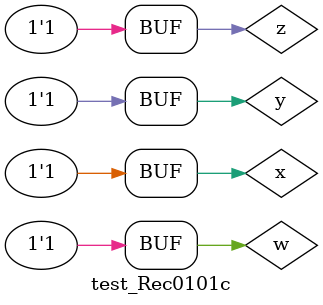
<source format=v>

module Rec0101c (output s, 
                 input  x, 
                 input  y, 
                 input  w, 
                 input  z);
    wire term1, term2, term3; // Saídas dos termos

    // Termos da expressão
    assign term1 = x & ~w;                 // x . not(w)
    assign term2 = y & ~w & ~z;            // y . not(w) . not(z)
    assign term3 = x & y & ~z;             // x . y . not(z)

    // Saída da expressão
    assign s = term1 | term2 | term3;      // (x . not(w)) + (y . not(w) . not(z)) + (x . y . not(z))
endmodule 

module test_Rec0101c; 
// ------------------------- definir dados 
    reg  x; 
    reg  y; 
    reg  w; 
    reg  z; 
    wire s;  

    Rec0101c modulo06 (s, x, y, w, z); 

// ------------------------- parte principal 
    initial 
    begin : main 
        $display("Rec0101c - Cauã Costa Alves - 855926"); 
        $display("   x    y    w    z    s"); 
        
        $monitor("%4b %4b %4b %4b %4b", x, y, w, z, s); 

        x = 1'b0;  y = 1'b0;  w = 1'b0;  z = 1'b0;
        #1      x = 1'b0;  y = 1'b0;  w = 1'b0;  z = 1'b1;
        #1      x = 1'b0;  y = 1'b0;  w = 1'b1;  z = 1'b0;
        #1      x = 1'b0;  y = 1'b0;  w = 1'b1;  z = 1'b1;
        #1      x = 1'b0;  y = 1'b1;  w = 1'b0;  z = 1'b0;
        #1      x = 1'b0;  y = 1'b1;  w = 1'b0;  z = 1'b1;
        #1      x = 1'b0;  y = 1'b1;  w = 1'b1;  z = 1'b0;
        #1      x = 1'b0;  y = 1'b1;  w = 1'b1;  z = 1'b1;
        #1      x = 1'b1;  y = 1'b0;  w = 1'b0;  z = 1'b0;
        #1      x = 1'b1;  y = 1'b0;  w = 1'b0;  z = 1'b1;
        #1      x = 1'b1;  y = 1'b0;  w = 1'b1;  z = 1'b0;
        #1      x = 1'b1;  y = 1'b0;  w = 1'b1;  z = 1'b1;
        #1      x = 1'b1;  y = 1'b1;  w = 1'b0;  z = 1'b0;
        #1      x = 1'b1;  y = 1'b1;  w = 1'b0;  z = 1'b1;
        #1      x = 1'b1;  y = 1'b1;  w = 1'b1;  z = 1'b0;
        #1      x = 1'b1;  y = 1'b1;  w = 1'b1;  z = 1'b1;
    end 

endmodule  

</source>
